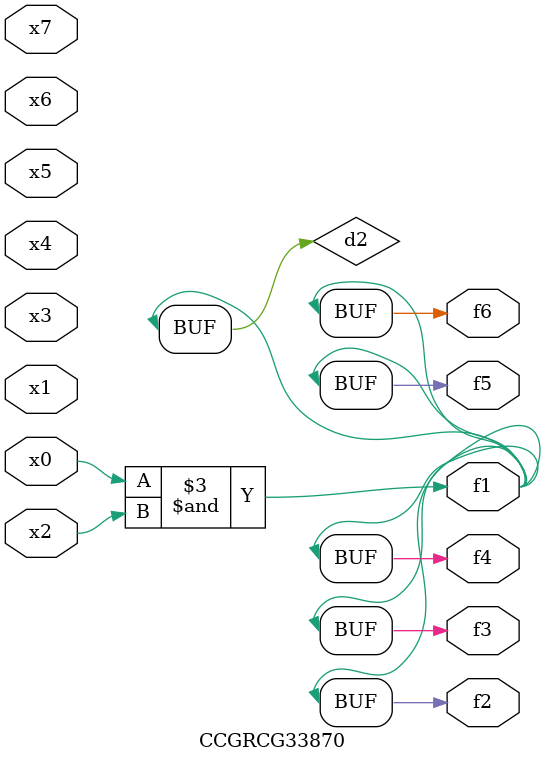
<source format=v>
module CCGRCG33870(
	input x0, x1, x2, x3, x4, x5, x6, x7,
	output f1, f2, f3, f4, f5, f6
);

	wire d1, d2;

	nor (d1, x3, x6);
	and (d2, x0, x2);
	assign f1 = d2;
	assign f2 = d2;
	assign f3 = d2;
	assign f4 = d2;
	assign f5 = d2;
	assign f6 = d2;
endmodule

</source>
